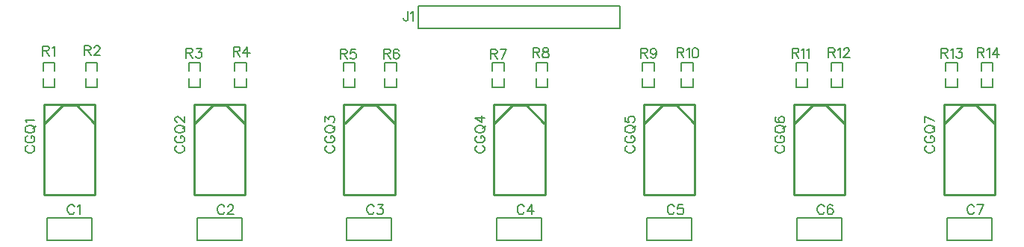
<source format=gto>
G04 Layer: TopSilkscreenLayer*
G04 EasyEDA v6.5.22, 2022-12-11 09:51:38*
G04 e12cfe8ce6ad4c4799b389a6830ee86a,10*
G04 Gerber Generator version 0.2*
G04 Scale: 100 percent, Rotated: No, Reflected: No *
G04 Dimensions in millimeters *
G04 leading zeros omitted , absolute positions ,4 integer and 5 decimal *
%FSLAX45Y45*%
%MOMM*%

%ADD10C,0.1524*%
%ADD11C,0.2540*%
%ADD12C,0.2030*%
%ADD13C,0.2032*%
%ADD14C,0.2007*%
%ADD15C,0.0157*%

%LPD*%
D10*
X3922217Y1244701D02*
G01*
X3911803Y1239367D01*
X3901389Y1228953D01*
X3896309Y1218793D01*
X3896309Y1197965D01*
X3901389Y1187551D01*
X3911803Y1177137D01*
X3922217Y1171803D01*
X3937965Y1166723D01*
X3963873Y1166723D01*
X3979367Y1171803D01*
X3989781Y1177137D01*
X4000195Y1187551D01*
X4005275Y1197965D01*
X4005275Y1218793D01*
X4000195Y1228953D01*
X3989781Y1239367D01*
X3979367Y1244701D01*
X3922217Y1356969D02*
G01*
X3911803Y1351635D01*
X3901389Y1341221D01*
X3896309Y1330807D01*
X3896309Y1310233D01*
X3901389Y1299819D01*
X3911803Y1289405D01*
X3922217Y1284071D01*
X3937965Y1278991D01*
X3963873Y1278991D01*
X3979367Y1284071D01*
X3989781Y1289405D01*
X4000195Y1299819D01*
X4005275Y1310233D01*
X4005275Y1330807D01*
X4000195Y1341221D01*
X3989781Y1351635D01*
X3979367Y1356969D01*
X3963873Y1356969D01*
X3963873Y1330807D02*
G01*
X3963873Y1356969D01*
X3896309Y1422247D02*
G01*
X3901389Y1411833D01*
X3911803Y1401673D01*
X3922217Y1396339D01*
X3937965Y1391259D01*
X3963873Y1391259D01*
X3979367Y1396339D01*
X3989781Y1401673D01*
X4000195Y1411833D01*
X4005275Y1422247D01*
X4005275Y1443075D01*
X4000195Y1453489D01*
X3989781Y1463903D01*
X3979367Y1468983D01*
X3963873Y1474317D01*
X3937965Y1474317D01*
X3922217Y1468983D01*
X3911803Y1463903D01*
X3901389Y1453489D01*
X3896309Y1443075D01*
X3896309Y1422247D01*
X3984701Y1437995D02*
G01*
X4015689Y1468983D01*
X3896309Y1519021D02*
G01*
X3896309Y1576171D01*
X3937965Y1544929D01*
X3937965Y1560423D01*
X3943045Y1570837D01*
X3948125Y1576171D01*
X3963873Y1581251D01*
X3974287Y1581251D01*
X3989781Y1576171D01*
X4000195Y1565757D01*
X4005275Y1550263D01*
X4005275Y1534515D01*
X4000195Y1519021D01*
X3995115Y1513687D01*
X3984701Y1508607D01*
X695299Y2375928D02*
G01*
X695299Y2266962D01*
X695299Y2375928D02*
G01*
X742035Y2375928D01*
X757529Y2370848D01*
X762863Y2365514D01*
X767943Y2355100D01*
X767943Y2344686D01*
X762863Y2334272D01*
X757529Y2329192D01*
X742035Y2324112D01*
X695299Y2324112D01*
X731621Y2324112D02*
G01*
X767943Y2266962D01*
X802233Y2355100D02*
G01*
X812647Y2360434D01*
X828395Y2375928D01*
X828395Y2266962D01*
X1168603Y2379433D02*
G01*
X1168603Y2270467D01*
X1168603Y2379433D02*
G01*
X1215339Y2379433D01*
X1230833Y2374353D01*
X1236167Y2369019D01*
X1241247Y2358605D01*
X1241247Y2348191D01*
X1236167Y2337777D01*
X1230833Y2332697D01*
X1215339Y2327617D01*
X1168603Y2327617D01*
X1204925Y2327617D02*
G01*
X1241247Y2270467D01*
X1280871Y2353525D02*
G01*
X1280871Y2358605D01*
X1285951Y2369019D01*
X1291285Y2374353D01*
X1301699Y2379433D01*
X1322273Y2379433D01*
X1332687Y2374353D01*
X1338021Y2369019D01*
X1343101Y2358605D01*
X1343101Y2348191D01*
X1338021Y2337777D01*
X1327607Y2322283D01*
X1275537Y2270467D01*
X1348435Y2270467D01*
X522147Y1244727D02*
G01*
X511733Y1239393D01*
X501319Y1228979D01*
X496239Y1218564D01*
X496239Y1197990D01*
X501319Y1187577D01*
X511733Y1177162D01*
X522147Y1171829D01*
X537895Y1166748D01*
X563803Y1166748D01*
X579297Y1171829D01*
X589711Y1177162D01*
X600125Y1187577D01*
X605459Y1197990D01*
X605459Y1218564D01*
X600125Y1228979D01*
X589711Y1239393D01*
X579297Y1244727D01*
X522147Y1356740D02*
G01*
X511733Y1351661D01*
X501319Y1341246D01*
X496239Y1330832D01*
X496239Y1310004D01*
X501319Y1299590D01*
X511733Y1289430D01*
X522147Y1284096D01*
X537895Y1279017D01*
X563803Y1279017D01*
X579297Y1284096D01*
X589711Y1289430D01*
X600125Y1299590D01*
X605459Y1310004D01*
X605459Y1330832D01*
X600125Y1341246D01*
X589711Y1351661D01*
X579297Y1356740D01*
X563803Y1356740D01*
X563803Y1330832D02*
G01*
X563803Y1356740D01*
X496239Y1422272D02*
G01*
X501319Y1411859D01*
X511733Y1401445D01*
X522147Y1396364D01*
X537895Y1391030D01*
X563803Y1391030D01*
X579297Y1396364D01*
X589711Y1401445D01*
X600125Y1411859D01*
X605459Y1422272D01*
X605459Y1443101D01*
X600125Y1453514D01*
X589711Y1463929D01*
X579297Y1469009D01*
X563803Y1474343D01*
X537895Y1474343D01*
X522147Y1469009D01*
X511733Y1463929D01*
X501319Y1453514D01*
X496239Y1443101D01*
X496239Y1422272D01*
X584631Y1438020D02*
G01*
X615619Y1469009D01*
X517067Y1508632D02*
G01*
X511733Y1519046D01*
X496239Y1534540D01*
X605459Y1534540D01*
X2222296Y1244574D02*
G01*
X2211882Y1239494D01*
X2201468Y1229080D01*
X2196388Y1218666D01*
X2196388Y1197838D01*
X2201468Y1187424D01*
X2211882Y1177010D01*
X2222296Y1171930D01*
X2238044Y1166596D01*
X2263952Y1166596D01*
X2279446Y1171930D01*
X2289860Y1177010D01*
X2300274Y1187424D01*
X2305608Y1197838D01*
X2305608Y1218666D01*
X2300274Y1229080D01*
X2289860Y1239494D01*
X2279446Y1244574D01*
X2222296Y1356842D02*
G01*
X2211882Y1351762D01*
X2201468Y1341348D01*
X2196388Y1330934D01*
X2196388Y1310106D01*
X2201468Y1299692D01*
X2211882Y1289278D01*
X2222296Y1284198D01*
X2238044Y1278864D01*
X2263952Y1278864D01*
X2279446Y1284198D01*
X2289860Y1289278D01*
X2300274Y1299692D01*
X2305608Y1310106D01*
X2305608Y1330934D01*
X2300274Y1341348D01*
X2289860Y1351762D01*
X2279446Y1356842D01*
X2263952Y1356842D01*
X2263952Y1330934D02*
G01*
X2263952Y1356842D01*
X2196388Y1422374D02*
G01*
X2201468Y1411960D01*
X2211882Y1401546D01*
X2222296Y1396212D01*
X2238044Y1391132D01*
X2263952Y1391132D01*
X2279446Y1396212D01*
X2289860Y1401546D01*
X2300274Y1411960D01*
X2305608Y1422374D01*
X2305608Y1443202D01*
X2300274Y1453362D01*
X2289860Y1463776D01*
X2279446Y1469110D01*
X2263952Y1474190D01*
X2238044Y1474190D01*
X2222296Y1469110D01*
X2211882Y1463776D01*
X2201468Y1453362D01*
X2196388Y1443202D01*
X2196388Y1422374D01*
X2284780Y1437868D02*
G01*
X2315768Y1469110D01*
X2222296Y1513814D02*
G01*
X2217216Y1513814D01*
X2206802Y1518894D01*
X2201468Y1524228D01*
X2196388Y1534642D01*
X2196388Y1555216D01*
X2201468Y1565630D01*
X2206802Y1570964D01*
X2217216Y1576044D01*
X2227630Y1576044D01*
X2238044Y1570964D01*
X2253538Y1560550D01*
X2305608Y1508480D01*
X2305608Y1581378D01*
X5622264Y1244600D02*
G01*
X5611850Y1239520D01*
X5601436Y1229105D01*
X5596356Y1218692D01*
X5596356Y1197863D01*
X5601436Y1187450D01*
X5611850Y1177036D01*
X5622264Y1171955D01*
X5638012Y1166621D01*
X5663920Y1166621D01*
X5679414Y1171955D01*
X5689828Y1177036D01*
X5700242Y1187450D01*
X5705576Y1197863D01*
X5705576Y1218692D01*
X5700242Y1229105D01*
X5689828Y1239520D01*
X5679414Y1244600D01*
X5622264Y1356868D02*
G01*
X5611850Y1351534D01*
X5601436Y1341373D01*
X5596356Y1330960D01*
X5596356Y1310131D01*
X5601436Y1299718D01*
X5611850Y1289304D01*
X5622264Y1284223D01*
X5638012Y1278889D01*
X5663920Y1278889D01*
X5679414Y1284223D01*
X5689828Y1289304D01*
X5700242Y1299718D01*
X5705576Y1310131D01*
X5705576Y1330960D01*
X5700242Y1341373D01*
X5689828Y1351534D01*
X5679414Y1356868D01*
X5663920Y1356868D01*
X5663920Y1330960D02*
G01*
X5663920Y1356868D01*
X5596356Y1422400D02*
G01*
X5601436Y1411986D01*
X5611850Y1401571D01*
X5622264Y1396237D01*
X5638012Y1391157D01*
X5663920Y1391157D01*
X5679414Y1396237D01*
X5689828Y1401571D01*
X5700242Y1411986D01*
X5705576Y1422400D01*
X5705576Y1442973D01*
X5700242Y1453387D01*
X5689828Y1463802D01*
X5679414Y1469136D01*
X5663920Y1474215D01*
X5638012Y1474215D01*
X5622264Y1469136D01*
X5611850Y1463802D01*
X5601436Y1453387D01*
X5596356Y1442973D01*
X5596356Y1422400D01*
X5684748Y1437894D02*
G01*
X5715736Y1469136D01*
X5596356Y1560576D02*
G01*
X5669000Y1508505D01*
X5669000Y1586484D01*
X5596356Y1560576D02*
G01*
X5705576Y1560576D01*
X7322159Y1244727D02*
G01*
X7311745Y1239393D01*
X7301331Y1228979D01*
X7296251Y1218564D01*
X7296251Y1197990D01*
X7301331Y1187577D01*
X7311745Y1177162D01*
X7322159Y1171829D01*
X7337907Y1166748D01*
X7363815Y1166748D01*
X7379309Y1171829D01*
X7389723Y1177162D01*
X7400137Y1187577D01*
X7405471Y1197990D01*
X7405471Y1218564D01*
X7400137Y1228979D01*
X7389723Y1239393D01*
X7379309Y1244727D01*
X7322159Y1356995D02*
G01*
X7311745Y1351661D01*
X7301331Y1341246D01*
X7296251Y1330832D01*
X7296251Y1310004D01*
X7301331Y1299845D01*
X7311745Y1289430D01*
X7322159Y1284096D01*
X7337907Y1279017D01*
X7363815Y1279017D01*
X7379309Y1284096D01*
X7389723Y1289430D01*
X7400137Y1299845D01*
X7405471Y1310004D01*
X7405471Y1330832D01*
X7400137Y1341246D01*
X7389723Y1351661D01*
X7379309Y1356995D01*
X7363815Y1356995D01*
X7363815Y1330832D02*
G01*
X7363815Y1356995D01*
X7296251Y1422272D02*
G01*
X7301331Y1411859D01*
X7311745Y1401445D01*
X7322159Y1396364D01*
X7337907Y1391285D01*
X7363815Y1391285D01*
X7379309Y1396364D01*
X7389723Y1401445D01*
X7400137Y1411859D01*
X7405471Y1422272D01*
X7405471Y1443101D01*
X7400137Y1453514D01*
X7389723Y1463929D01*
X7379309Y1469009D01*
X7363815Y1474343D01*
X7337907Y1474343D01*
X7322159Y1469009D01*
X7311745Y1463929D01*
X7301331Y1453514D01*
X7296251Y1443101D01*
X7296251Y1422272D01*
X7384643Y1438020D02*
G01*
X7415631Y1469009D01*
X7296251Y1570862D02*
G01*
X7296251Y1519046D01*
X7342987Y1513712D01*
X7337907Y1519046D01*
X7332573Y1534540D01*
X7332573Y1550035D01*
X7337907Y1565782D01*
X7348321Y1576196D01*
X7363815Y1581277D01*
X7374229Y1581277D01*
X7389723Y1576196D01*
X7400137Y1565782D01*
X7405471Y1550035D01*
X7405471Y1534540D01*
X7400137Y1519046D01*
X7395057Y1513712D01*
X7384643Y1508632D01*
X9022206Y1244676D02*
G01*
X9011793Y1239342D01*
X9001379Y1229182D01*
X8996299Y1218768D01*
X8996299Y1197940D01*
X9001379Y1187526D01*
X9011793Y1177112D01*
X9022206Y1172032D01*
X9037954Y1166698D01*
X9063863Y1166698D01*
X9079356Y1172032D01*
X9089770Y1177112D01*
X9100184Y1187526D01*
X9105518Y1197940D01*
X9105518Y1218768D01*
X9100184Y1229182D01*
X9089770Y1239342D01*
X9079356Y1244676D01*
X9022206Y1356944D02*
G01*
X9011793Y1351610D01*
X9001379Y1341196D01*
X8996299Y1330782D01*
X8996299Y1310208D01*
X9001379Y1299794D01*
X9011793Y1289380D01*
X9022206Y1284046D01*
X9037954Y1278966D01*
X9063863Y1278966D01*
X9079356Y1284046D01*
X9089770Y1289380D01*
X9100184Y1299794D01*
X9105518Y1310208D01*
X9105518Y1330782D01*
X9100184Y1341196D01*
X9089770Y1351610D01*
X9079356Y1356944D01*
X9063863Y1356944D01*
X9063863Y1330782D02*
G01*
X9063863Y1356944D01*
X8996299Y1422222D02*
G01*
X9001379Y1412062D01*
X9011793Y1401648D01*
X9022206Y1396314D01*
X9037954Y1391234D01*
X9063863Y1391234D01*
X9079356Y1396314D01*
X9089770Y1401648D01*
X9100184Y1412062D01*
X9105518Y1422222D01*
X9105518Y1443050D01*
X9100184Y1453464D01*
X9089770Y1463878D01*
X9079356Y1469212D01*
X9063863Y1474292D01*
X9037954Y1474292D01*
X9022206Y1469212D01*
X9011793Y1463878D01*
X9001379Y1453464D01*
X8996299Y1443050D01*
X8996299Y1422222D01*
X9084690Y1437970D02*
G01*
X9115679Y1469212D01*
X9011793Y1570812D02*
G01*
X9001379Y1565732D01*
X8996299Y1550238D01*
X8996299Y1539824D01*
X9001379Y1524076D01*
X9017127Y1513662D01*
X9043034Y1508582D01*
X9068943Y1508582D01*
X9089770Y1513662D01*
X9100184Y1524076D01*
X9105518Y1539824D01*
X9105518Y1544904D01*
X9100184Y1560652D01*
X9089770Y1570812D01*
X9074277Y1576146D01*
X9068943Y1576146D01*
X9053449Y1570812D01*
X9043034Y1560652D01*
X9037954Y1544904D01*
X9037954Y1539824D01*
X9043034Y1524076D01*
X9053449Y1513662D01*
X9068943Y1508582D01*
X10722178Y1244701D02*
G01*
X10711764Y1239367D01*
X10701350Y1228953D01*
X10696270Y1218793D01*
X10696270Y1197965D01*
X10701350Y1187551D01*
X10711764Y1177137D01*
X10722178Y1171803D01*
X10737926Y1166723D01*
X10763834Y1166723D01*
X10779328Y1171803D01*
X10789742Y1177137D01*
X10800156Y1187551D01*
X10805490Y1197965D01*
X10805490Y1218793D01*
X10800156Y1228953D01*
X10789742Y1239367D01*
X10779328Y1244701D01*
X10722178Y1356969D02*
G01*
X10711764Y1351635D01*
X10701350Y1341221D01*
X10696270Y1330807D01*
X10696270Y1310233D01*
X10701350Y1299819D01*
X10711764Y1289405D01*
X10722178Y1284071D01*
X10737926Y1278991D01*
X10763834Y1278991D01*
X10779328Y1284071D01*
X10789742Y1289405D01*
X10800156Y1299819D01*
X10805490Y1310233D01*
X10805490Y1330807D01*
X10800156Y1341221D01*
X10789742Y1351635D01*
X10779328Y1356969D01*
X10763834Y1356969D01*
X10763834Y1330807D02*
G01*
X10763834Y1356969D01*
X10696270Y1422247D02*
G01*
X10701350Y1411833D01*
X10711764Y1401673D01*
X10722178Y1396339D01*
X10737926Y1391259D01*
X10763834Y1391259D01*
X10779328Y1396339D01*
X10789742Y1401673D01*
X10800156Y1411833D01*
X10805490Y1422247D01*
X10805490Y1443075D01*
X10800156Y1453489D01*
X10789742Y1463903D01*
X10779328Y1468983D01*
X10763834Y1474317D01*
X10737926Y1474317D01*
X10722178Y1468983D01*
X10711764Y1463903D01*
X10701350Y1453489D01*
X10696270Y1443075D01*
X10696270Y1422247D01*
X10784662Y1437995D02*
G01*
X10815650Y1468983D01*
X10696270Y1581251D02*
G01*
X10805490Y1529435D01*
X10696270Y1508607D02*
G01*
X10696270Y1581251D01*
X2320823Y2350515D02*
G01*
X2320823Y2241550D01*
X2320823Y2350515D02*
G01*
X2367559Y2350515D01*
X2383307Y2345436D01*
X2388387Y2340102D01*
X2393721Y2329687D01*
X2393721Y2319273D01*
X2388387Y2308860D01*
X2383307Y2303779D01*
X2367559Y2298700D01*
X2320823Y2298700D01*
X2357145Y2298700D02*
G01*
X2393721Y2241550D01*
X2438425Y2350515D02*
G01*
X2495575Y2350515D01*
X2464333Y2308860D01*
X2479827Y2308860D01*
X2490241Y2303779D01*
X2495575Y2298700D01*
X2500655Y2282952D01*
X2500655Y2272537D01*
X2495575Y2257044D01*
X2485161Y2246629D01*
X2469413Y2241550D01*
X2453919Y2241550D01*
X2438425Y2246629D01*
X2433091Y2251710D01*
X2428011Y2262123D01*
X2859404Y2366721D02*
G01*
X2859404Y2257755D01*
X2859404Y2366721D02*
G01*
X2906140Y2366721D01*
X2921888Y2361641D01*
X2926968Y2356307D01*
X2932302Y2345893D01*
X2932302Y2335479D01*
X2926968Y2325065D01*
X2921888Y2319985D01*
X2906140Y2314905D01*
X2859404Y2314905D01*
X2895981Y2314905D02*
G01*
X2932302Y2257755D01*
X3018409Y2366721D02*
G01*
X2966593Y2294077D01*
X3044570Y2294077D01*
X3018409Y2366721D02*
G01*
X3018409Y2257755D01*
X4073474Y2337815D02*
G01*
X4073474Y2228850D01*
X4073474Y2337815D02*
G01*
X4120210Y2337815D01*
X4135958Y2332736D01*
X4141038Y2327402D01*
X4146118Y2316987D01*
X4146118Y2306573D01*
X4141038Y2296160D01*
X4135958Y2291079D01*
X4120210Y2286000D01*
X4073474Y2286000D01*
X4109796Y2286000D02*
G01*
X4146118Y2228850D01*
X4242892Y2337815D02*
G01*
X4190822Y2337815D01*
X4185742Y2291079D01*
X4190822Y2296160D01*
X4206570Y2301494D01*
X4222064Y2301494D01*
X4237558Y2296160D01*
X4247972Y2286000D01*
X4253306Y2270252D01*
X4253306Y2259837D01*
X4247972Y2244344D01*
X4237558Y2233929D01*
X4222064Y2228850D01*
X4206570Y2228850D01*
X4190822Y2233929D01*
X4185742Y2239010D01*
X4180408Y2249423D01*
X4563059Y2341321D02*
G01*
X4563059Y2232355D01*
X4563059Y2341321D02*
G01*
X4609795Y2341321D01*
X4625543Y2336241D01*
X4630623Y2330907D01*
X4635957Y2320493D01*
X4635957Y2310079D01*
X4630623Y2299665D01*
X4625543Y2294585D01*
X4609795Y2289505D01*
X4563059Y2289505D01*
X4599381Y2289505D02*
G01*
X4635957Y2232355D01*
X4732477Y2325827D02*
G01*
X4727397Y2336241D01*
X4711649Y2341321D01*
X4701235Y2341321D01*
X4685741Y2336241D01*
X4675327Y2320493D01*
X4670247Y2294585D01*
X4670247Y2268677D01*
X4675327Y2247849D01*
X4685741Y2237435D01*
X4701235Y2232355D01*
X4706569Y2232355D01*
X4722063Y2237435D01*
X4732477Y2247849D01*
X4737557Y2263343D01*
X4737557Y2268677D01*
X4732477Y2284171D01*
X4722063Y2294585D01*
X4706569Y2299665D01*
X4701235Y2299665D01*
X4685741Y2294585D01*
X4675327Y2284171D01*
X4670247Y2268677D01*
X5775223Y2337815D02*
G01*
X5775223Y2228850D01*
X5775223Y2337815D02*
G01*
X5821959Y2337815D01*
X5837707Y2332736D01*
X5842787Y2327402D01*
X5848121Y2316987D01*
X5848121Y2306573D01*
X5842787Y2296160D01*
X5837707Y2291079D01*
X5821959Y2286000D01*
X5775223Y2286000D01*
X5811545Y2286000D02*
G01*
X5848121Y2228850D01*
X5955055Y2337815D02*
G01*
X5902985Y2228850D01*
X5882411Y2337815D02*
G01*
X5955055Y2337815D01*
X6253962Y2354021D02*
G01*
X6253962Y2245055D01*
X6253962Y2354021D02*
G01*
X6300698Y2354021D01*
X6316446Y2348941D01*
X6321526Y2343607D01*
X6326860Y2333193D01*
X6326860Y2322779D01*
X6321526Y2312365D01*
X6316446Y2307285D01*
X6300698Y2302205D01*
X6253962Y2302205D01*
X6290284Y2302205D02*
G01*
X6326860Y2245055D01*
X6387058Y2354021D02*
G01*
X6371310Y2348941D01*
X6366230Y2338527D01*
X6366230Y2328113D01*
X6371310Y2317699D01*
X6381724Y2312365D01*
X6402552Y2307285D01*
X6418300Y2302205D01*
X6428460Y2291791D01*
X6433794Y2281377D01*
X6433794Y2265629D01*
X6428460Y2255215D01*
X6423380Y2250135D01*
X6407886Y2245055D01*
X6387058Y2245055D01*
X6371310Y2250135D01*
X6366230Y2255215D01*
X6361150Y2265629D01*
X6361150Y2281377D01*
X6366230Y2291791D01*
X6376644Y2302205D01*
X6392138Y2307285D01*
X6412966Y2312365D01*
X6423380Y2317699D01*
X6428460Y2328113D01*
X6428460Y2338527D01*
X6423380Y2348941D01*
X6407886Y2354021D01*
X6387058Y2354021D01*
X7477125Y2350515D02*
G01*
X7477125Y2241550D01*
X7477125Y2350515D02*
G01*
X7523861Y2350515D01*
X7539354Y2345436D01*
X7544688Y2340102D01*
X7549768Y2329687D01*
X7549768Y2319273D01*
X7544688Y2308860D01*
X7539354Y2303779D01*
X7523861Y2298700D01*
X7477125Y2298700D01*
X7513447Y2298700D02*
G01*
X7549768Y2241550D01*
X7651622Y2314194D02*
G01*
X7646543Y2298700D01*
X7636129Y2288286D01*
X7620381Y2282952D01*
X7615300Y2282952D01*
X7599806Y2288286D01*
X7589393Y2298700D01*
X7584059Y2314194D01*
X7584059Y2319273D01*
X7589393Y2335021D01*
X7599806Y2345436D01*
X7615300Y2350515D01*
X7620381Y2350515D01*
X7636129Y2345436D01*
X7646543Y2335021D01*
X7651622Y2314194D01*
X7651622Y2288286D01*
X7646543Y2262123D01*
X7636129Y2246629D01*
X7620381Y2241550D01*
X7610220Y2241550D01*
X7594472Y2246629D01*
X7589393Y2257044D01*
X7889951Y2354021D02*
G01*
X7889951Y2245055D01*
X7889951Y2354021D02*
G01*
X7936687Y2354021D01*
X7952181Y2348941D01*
X7957515Y2343607D01*
X7962595Y2333193D01*
X7962595Y2322779D01*
X7957515Y2312365D01*
X7952181Y2307285D01*
X7936687Y2302205D01*
X7889951Y2302205D01*
X7926273Y2302205D02*
G01*
X7962595Y2245055D01*
X7996885Y2333193D02*
G01*
X8007299Y2338527D01*
X8022793Y2354021D01*
X8022793Y2245055D01*
X8088325Y2354021D02*
G01*
X8072831Y2348941D01*
X8062417Y2333193D01*
X8057083Y2307285D01*
X8057083Y2291791D01*
X8062417Y2265629D01*
X8072831Y2250135D01*
X8088325Y2245055D01*
X8098739Y2245055D01*
X8114233Y2250135D01*
X8124647Y2265629D01*
X8129981Y2291791D01*
X8129981Y2307285D01*
X8124647Y2333193D01*
X8114233Y2348941D01*
X8098739Y2354021D01*
X8088325Y2354021D01*
X9191574Y2350515D02*
G01*
X9191574Y2241550D01*
X9191574Y2350515D02*
G01*
X9238310Y2350515D01*
X9254058Y2345436D01*
X9259138Y2340102D01*
X9264218Y2329687D01*
X9264218Y2319273D01*
X9259138Y2308860D01*
X9254058Y2303779D01*
X9238310Y2298700D01*
X9191574Y2298700D01*
X9227896Y2298700D02*
G01*
X9264218Y2241550D01*
X9298508Y2329687D02*
G01*
X9308922Y2335021D01*
X9324670Y2350515D01*
X9324670Y2241550D01*
X9358960Y2329687D02*
G01*
X9369374Y2335021D01*
X9384868Y2350515D01*
X9384868Y2241550D01*
X9604400Y2354021D02*
G01*
X9604400Y2245055D01*
X9604400Y2354021D02*
G01*
X9651136Y2354021D01*
X9666630Y2348941D01*
X9671964Y2343607D01*
X9677044Y2333193D01*
X9677044Y2322779D01*
X9671964Y2312365D01*
X9666630Y2307285D01*
X9651136Y2302205D01*
X9604400Y2302205D01*
X9640722Y2302205D02*
G01*
X9677044Y2245055D01*
X9711334Y2333193D02*
G01*
X9721748Y2338527D01*
X9737496Y2354021D01*
X9737496Y2245055D01*
X9776866Y2328113D02*
G01*
X9776866Y2333193D01*
X9782200Y2343607D01*
X9787280Y2348941D01*
X9797694Y2354021D01*
X9818522Y2354021D01*
X9828936Y2348941D01*
X9834016Y2343607D01*
X9839350Y2333193D01*
X9839350Y2322779D01*
X9834016Y2312365D01*
X9823602Y2296871D01*
X9771786Y2245055D01*
X9844430Y2245055D01*
X10880725Y2350515D02*
G01*
X10880725Y2241550D01*
X10880725Y2350515D02*
G01*
X10927461Y2350515D01*
X10942954Y2345436D01*
X10948288Y2340102D01*
X10953368Y2329687D01*
X10953368Y2319273D01*
X10948288Y2308860D01*
X10942954Y2303779D01*
X10927461Y2298700D01*
X10880725Y2298700D01*
X10917047Y2298700D02*
G01*
X10953368Y2241550D01*
X10987659Y2329687D02*
G01*
X10998072Y2335021D01*
X11013820Y2350515D01*
X11013820Y2241550D01*
X11058270Y2350515D02*
G01*
X11115420Y2350515D01*
X11084433Y2308860D01*
X11099927Y2308860D01*
X11110340Y2303779D01*
X11115420Y2298700D01*
X11120754Y2282952D01*
X11120754Y2272537D01*
X11115420Y2257044D01*
X11105261Y2246629D01*
X11089513Y2241550D01*
X11074018Y2241550D01*
X11058270Y2246629D01*
X11053190Y2251710D01*
X11048111Y2262123D01*
X11293500Y2354021D02*
G01*
X11293500Y2245055D01*
X11293500Y2354021D02*
G01*
X11340236Y2354021D01*
X11355730Y2348941D01*
X11361064Y2343607D01*
X11366144Y2333193D01*
X11366144Y2322779D01*
X11361064Y2312365D01*
X11355730Y2307285D01*
X11340236Y2302205D01*
X11293500Y2302205D01*
X11329822Y2302205D02*
G01*
X11366144Y2245055D01*
X11400434Y2333193D02*
G01*
X11410848Y2338527D01*
X11426596Y2354021D01*
X11426596Y2245055D01*
X11512702Y2354021D02*
G01*
X11460886Y2281377D01*
X11538610Y2281377D01*
X11512702Y2354021D02*
G01*
X11512702Y2245055D01*
X4836769Y2769615D02*
G01*
X4836769Y2686557D01*
X4831435Y2670810D01*
X4826355Y2665729D01*
X4815941Y2660650D01*
X4805527Y2660650D01*
X4795113Y2665729D01*
X4789779Y2670810D01*
X4784699Y2686557D01*
X4784699Y2696971D01*
X4871059Y2748787D02*
G01*
X4881219Y2754121D01*
X4896967Y2769615D01*
X4896967Y2660650D01*
X1055623Y549427D02*
G01*
X1050289Y559841D01*
X1039876Y570255D01*
X1029715Y575335D01*
X1008887Y575335D01*
X998473Y570255D01*
X988060Y559841D01*
X982726Y549427D01*
X977645Y533679D01*
X977645Y507771D01*
X982726Y492277D01*
X988060Y481863D01*
X998473Y471449D01*
X1008887Y466369D01*
X1029715Y466369D01*
X1039876Y471449D01*
X1050289Y481863D01*
X1055623Y492277D01*
X1089913Y554507D02*
G01*
X1100328Y559841D01*
X1115821Y575335D01*
X1115821Y466369D01*
X2755615Y549427D02*
G01*
X2750281Y559841D01*
X2739867Y570255D01*
X2729707Y575335D01*
X2708879Y575335D01*
X2698465Y570255D01*
X2688051Y559841D01*
X2682717Y549427D01*
X2677637Y533679D01*
X2677637Y507771D01*
X2682717Y492277D01*
X2688051Y481863D01*
X2698465Y471449D01*
X2708879Y466369D01*
X2729707Y466369D01*
X2739867Y471449D01*
X2750281Y481863D01*
X2755615Y492277D01*
X2794985Y549427D02*
G01*
X2794985Y554507D01*
X2800319Y564921D01*
X2805399Y570255D01*
X2815813Y575335D01*
X2836641Y575335D01*
X2847055Y570255D01*
X2852135Y564921D01*
X2857469Y554507D01*
X2857469Y544093D01*
X2852135Y533679D01*
X2841721Y518185D01*
X2789905Y466369D01*
X2862549Y466369D01*
X4451210Y549427D02*
G01*
X4445876Y559841D01*
X4435462Y570255D01*
X4425302Y575335D01*
X4404474Y575335D01*
X4394060Y570255D01*
X4383646Y559841D01*
X4378312Y549427D01*
X4373232Y533679D01*
X4373232Y507771D01*
X4378312Y492277D01*
X4383646Y481863D01*
X4394060Y471449D01*
X4404474Y466369D01*
X4425302Y466369D01*
X4435462Y471449D01*
X4445876Y481863D01*
X4451210Y492277D01*
X4495914Y575335D02*
G01*
X4553064Y575335D01*
X4521822Y533679D01*
X4537316Y533679D01*
X4547730Y528599D01*
X4553064Y523519D01*
X4558144Y507771D01*
X4558144Y497357D01*
X4553064Y481863D01*
X4542650Y471449D01*
X4526902Y466369D01*
X4511408Y466369D01*
X4495914Y471449D01*
X4490580Y476529D01*
X4485500Y486943D01*
X6155105Y549427D02*
G01*
X6149771Y559841D01*
X6139357Y570255D01*
X6129197Y575335D01*
X6108369Y575335D01*
X6097955Y570255D01*
X6087541Y559841D01*
X6082207Y549427D01*
X6077127Y533679D01*
X6077127Y507771D01*
X6082207Y492277D01*
X6087541Y481863D01*
X6097955Y471449D01*
X6108369Y466369D01*
X6129197Y466369D01*
X6139357Y471449D01*
X6149771Y481863D01*
X6155105Y492277D01*
X6241211Y575335D02*
G01*
X6189395Y502691D01*
X6267373Y502691D01*
X6241211Y575335D02*
G01*
X6241211Y466369D01*
X7855102Y549427D02*
G01*
X7849768Y559841D01*
X7839354Y570255D01*
X7829194Y575335D01*
X7808366Y575335D01*
X7797952Y570255D01*
X7787538Y559841D01*
X7782204Y549427D01*
X7777124Y533679D01*
X7777124Y507771D01*
X7782204Y492277D01*
X7787538Y481863D01*
X7797952Y471449D01*
X7808366Y466369D01*
X7829194Y466369D01*
X7839354Y471449D01*
X7849768Y481863D01*
X7855102Y492277D01*
X7951622Y575335D02*
G01*
X7899806Y575335D01*
X7894472Y528599D01*
X7899806Y533679D01*
X7915300Y539013D01*
X7930794Y539013D01*
X7946542Y533679D01*
X7956956Y523519D01*
X7962036Y507771D01*
X7962036Y497357D01*
X7956956Y481863D01*
X7946542Y471449D01*
X7930794Y466369D01*
X7915300Y466369D01*
X7899806Y471449D01*
X7894472Y476529D01*
X7889392Y486943D01*
X9555099Y549427D02*
G01*
X9549765Y559841D01*
X9539350Y570255D01*
X9529190Y575335D01*
X9508363Y575335D01*
X9497949Y570255D01*
X9487534Y559841D01*
X9482200Y549427D01*
X9477120Y533679D01*
X9477120Y507771D01*
X9482200Y492277D01*
X9487534Y481863D01*
X9497949Y471449D01*
X9508363Y466369D01*
X9529190Y466369D01*
X9539350Y471449D01*
X9549765Y481863D01*
X9555099Y492277D01*
X9651618Y559841D02*
G01*
X9646538Y570255D01*
X9630790Y575335D01*
X9620631Y575335D01*
X9604883Y570255D01*
X9594468Y554507D01*
X9589388Y528599D01*
X9589388Y502691D01*
X9594468Y481863D01*
X9604883Y471449D01*
X9620631Y466369D01*
X9625711Y466369D01*
X9641204Y471449D01*
X9651618Y481863D01*
X9656952Y497357D01*
X9656952Y502691D01*
X9651618Y518185D01*
X9641204Y528599D01*
X9625711Y533679D01*
X9620631Y533679D01*
X9604883Y528599D01*
X9594468Y518185D01*
X9589388Y502691D01*
X11255095Y549427D02*
G01*
X11249761Y559841D01*
X11239347Y570255D01*
X11229187Y575335D01*
X11208359Y575335D01*
X11197945Y570255D01*
X11187531Y559841D01*
X11182197Y549427D01*
X11177117Y533679D01*
X11177117Y507771D01*
X11182197Y492277D01*
X11187531Y481863D01*
X11197945Y471449D01*
X11208359Y466369D01*
X11229187Y466369D01*
X11239347Y471449D01*
X11249761Y481863D01*
X11255095Y492277D01*
X11362029Y575335D02*
G01*
X11310213Y466369D01*
X11289385Y575335D02*
G01*
X11362029Y575335D01*
D11*
X4690211Y689076D02*
G01*
X4110227Y689076D01*
X4110227Y689076D02*
G01*
X4110227Y1709089D01*
X4690211Y689076D02*
G01*
X4690211Y1709089D01*
X4110227Y1709089D02*
G01*
X4690211Y1709089D01*
X4120819Y1503883D02*
G01*
X4324019Y1707083D01*
X4480280Y1707083D01*
X4679619Y1503883D01*
D10*
X699140Y2006879D02*
G01*
X699140Y1910991D01*
X831260Y1910991D01*
X831260Y2006879D01*
X699140Y2092121D02*
G01*
X699140Y2188009D01*
X831260Y2188009D01*
X831260Y2092121D01*
X1313860Y2092121D02*
G01*
X1313860Y2188009D01*
X1181740Y2188009D01*
X1181740Y2092121D01*
X1313860Y2006879D02*
G01*
X1313860Y1910991D01*
X1181740Y1910991D01*
X1181740Y2006879D01*
D11*
X1290218Y689076D02*
G01*
X710234Y689076D01*
X710234Y689076D02*
G01*
X710234Y1709089D01*
X1290218Y689076D02*
G01*
X1290218Y1709089D01*
X710234Y1709089D02*
G01*
X1290218Y1709089D01*
X720826Y1503883D02*
G01*
X924026Y1707083D01*
X1080287Y1707083D01*
X1279626Y1503883D01*
X2990215Y689076D02*
G01*
X2410231Y689076D01*
X2410231Y689076D02*
G01*
X2410231Y1709089D01*
X2990215Y689076D02*
G01*
X2990215Y1709089D01*
X2410231Y1709089D02*
G01*
X2990215Y1709089D01*
X2420823Y1503883D02*
G01*
X2624023Y1707083D01*
X2780284Y1707083D01*
X2979623Y1503883D01*
X6390208Y689076D02*
G01*
X5810224Y689076D01*
X5810224Y689076D02*
G01*
X5810224Y1709089D01*
X6390208Y689076D02*
G01*
X6390208Y1709089D01*
X5810224Y1709089D02*
G01*
X6390208Y1709089D01*
X5820816Y1503883D02*
G01*
X6024016Y1707083D01*
X6180277Y1707083D01*
X6379616Y1503883D01*
X8090204Y689102D02*
G01*
X7510221Y689102D01*
X7510221Y689102D02*
G01*
X7510221Y1709115D01*
X8090204Y689102D02*
G01*
X8090204Y1709115D01*
X7510221Y1709115D02*
G01*
X8090204Y1709115D01*
X7520813Y1503908D02*
G01*
X7724013Y1707108D01*
X7880273Y1707108D01*
X8079613Y1503908D01*
X9790201Y689102D02*
G01*
X9210217Y689102D01*
X9210217Y689102D02*
G01*
X9210217Y1709115D01*
X9790201Y689102D02*
G01*
X9790201Y1709115D01*
X9210217Y1709115D02*
G01*
X9790201Y1709115D01*
X9220809Y1503908D02*
G01*
X9424009Y1707108D01*
X9580270Y1707108D01*
X9779609Y1503908D01*
X11490197Y689102D02*
G01*
X10910214Y689102D01*
X10910214Y689102D02*
G01*
X10910214Y1709115D01*
X11490197Y689102D02*
G01*
X11490197Y1709115D01*
X10910214Y1709115D02*
G01*
X11490197Y1709115D01*
X10920806Y1503908D02*
G01*
X11124006Y1707108D01*
X11280266Y1707108D01*
X11479606Y1503908D01*
D10*
X2350140Y2006879D02*
G01*
X2350140Y1910991D01*
X2482260Y1910991D01*
X2482260Y2006879D01*
X2350140Y2092121D02*
G01*
X2350140Y2188009D01*
X2482260Y2188009D01*
X2482260Y2092121D01*
X3002960Y2092121D02*
G01*
X3002960Y2188009D01*
X2870840Y2188009D01*
X2870840Y2092121D01*
X3002960Y2006879D02*
G01*
X3002960Y1910991D01*
X2870840Y1910991D01*
X2870840Y2006879D01*
X4102740Y2006879D02*
G01*
X4102740Y1910991D01*
X4234860Y1910991D01*
X4234860Y2006879D01*
X4102740Y2092121D02*
G01*
X4102740Y2188009D01*
X4234860Y2188009D01*
X4234860Y2092121D01*
X4704760Y2092121D02*
G01*
X4704760Y2188009D01*
X4572640Y2188009D01*
X4572640Y2092121D01*
X4704760Y2006879D02*
G01*
X4704760Y1910991D01*
X4572640Y1910991D01*
X4572640Y2006879D01*
X5791840Y2006879D02*
G01*
X5791840Y1910991D01*
X5923960Y1910991D01*
X5923960Y2006879D01*
X5791840Y2092121D02*
G01*
X5791840Y2188009D01*
X5923960Y2188009D01*
X5923960Y2092121D01*
X6419260Y2092121D02*
G01*
X6419260Y2188009D01*
X6287140Y2188009D01*
X6287140Y2092121D01*
X6419260Y2006879D02*
G01*
X6419260Y1910991D01*
X6287140Y1910991D01*
X6287140Y2006879D01*
X7493640Y2006879D02*
G01*
X7493640Y1910991D01*
X7625760Y1910991D01*
X7625760Y2006879D01*
X7493640Y2092121D02*
G01*
X7493640Y2188009D01*
X7625760Y2188009D01*
X7625760Y2092121D01*
X8066044Y2092121D02*
G01*
X8066044Y2188009D01*
X7933923Y2188009D01*
X7933923Y2092121D01*
X8066044Y2006879D02*
G01*
X8066044Y1910991D01*
X7933923Y1910991D01*
X7933923Y2006879D01*
X9233921Y2006879D02*
G01*
X9233921Y1910991D01*
X9366041Y1910991D01*
X9366041Y2006879D01*
X9233921Y2092121D02*
G01*
X9233921Y2188009D01*
X9366041Y2188009D01*
X9366041Y2092121D01*
X9766040Y2092121D02*
G01*
X9766040Y2188009D01*
X9633920Y2188009D01*
X9633920Y2092121D01*
X9766040Y2006879D02*
G01*
X9766040Y1910991D01*
X9633920Y1910991D01*
X9633920Y2006879D01*
X10933917Y2006879D02*
G01*
X10933917Y1910991D01*
X11066038Y1910991D01*
X11066038Y2006879D01*
X10933917Y2092121D02*
G01*
X10933917Y2188009D01*
X11066038Y2188009D01*
X11066038Y2092121D01*
X11466037Y2092121D02*
G01*
X11466037Y2188009D01*
X11333916Y2188009D01*
X11333916Y2092121D01*
X11466037Y2006879D02*
G01*
X11466037Y1910991D01*
X11333916Y1910991D01*
X11333916Y2006879D01*
D12*
X6988987Y2826994D02*
G01*
X5147487Y2826994D01*
D13*
X6988987Y2826994D02*
G01*
X7242987Y2826994D01*
X7242987Y2572994D01*
X4956987Y2572994D01*
X4956987Y2826994D01*
X5147487Y2826994D01*
D14*
X1254252Y426745D02*
G01*
X746252Y426745D01*
X746252Y172745D01*
X1254252Y172745D01*
X1254252Y426745D01*
X2954243Y426745D02*
G01*
X2446243Y426745D01*
X2446243Y172745D01*
X2954243Y172745D01*
X2954243Y426745D01*
X4649838Y426745D02*
G01*
X4141838Y426745D01*
X4141838Y172745D01*
X4649838Y172745D01*
X4649838Y426745D01*
X6353733Y426745D02*
G01*
X5845733Y426745D01*
X5845733Y172745D01*
X6353733Y172745D01*
X6353733Y426745D01*
X8053730Y426745D02*
G01*
X7545730Y426745D01*
X7545730Y172745D01*
X8053730Y172745D01*
X8053730Y426745D01*
X9753727Y426745D02*
G01*
X9245727Y426745D01*
X9245727Y172745D01*
X9753727Y172745D01*
X9753727Y426745D01*
X11453723Y426745D02*
G01*
X10945723Y426745D01*
X10945723Y172745D01*
X11453723Y172745D01*
X11453723Y426745D01*
M02*

</source>
